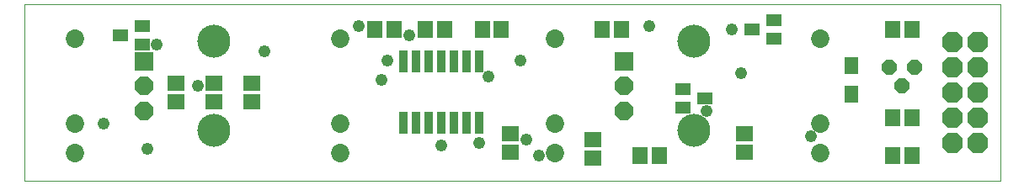
<source format=gbs>
G75*
%MOIN*%
%OFA0B0*%
%FSLAX25Y25*%
%IPPOS*%
%LPD*%
%AMOC8*
5,1,8,0,0,1.08239X$1,22.5*
%
%ADD10C,0.00000*%
%ADD11R,0.05918X0.06706*%
%ADD12OC8,0.06000*%
%ADD13R,0.03400X0.08800*%
%ADD14OC8,0.08200*%
%ADD15R,0.06706X0.05918*%
%ADD16R,0.07296X0.07296*%
%ADD17OC8,0.07296*%
%ADD18C,0.13068*%
%ADD19R,0.06312X0.04737*%
%ADD20C,0.07296*%
%ADD21R,0.05524X0.06706*%
%ADD22C,0.04800*%
D10*
X0001000Y0005500D02*
X0001000Y0075461D01*
X0387201Y0075461D01*
X0387201Y0005500D01*
X0001000Y0005500D01*
D11*
X0244760Y0015500D03*
X0252240Y0015500D03*
X0344760Y0015500D03*
X0352240Y0015500D03*
X0352240Y0030500D03*
X0344760Y0030500D03*
X0344760Y0065500D03*
X0352240Y0065500D03*
X0237240Y0065500D03*
X0229760Y0065500D03*
X0189740Y0065500D03*
X0182260Y0065500D03*
X0167240Y0065500D03*
X0159760Y0065500D03*
X0147240Y0065500D03*
X0139760Y0065500D03*
D12*
X0343500Y0050500D03*
X0353500Y0050500D03*
X0348500Y0043000D03*
D13*
X0181000Y0052600D03*
X0176000Y0052600D03*
X0171000Y0052600D03*
X0166000Y0052600D03*
X0161000Y0052600D03*
X0156000Y0052600D03*
X0151000Y0052600D03*
X0151000Y0028400D03*
X0156000Y0028400D03*
X0161000Y0028400D03*
X0166000Y0028400D03*
X0171000Y0028400D03*
X0176000Y0028400D03*
X0181000Y0028400D03*
D14*
X0368500Y0030500D03*
X0378500Y0030500D03*
X0378500Y0020500D03*
X0368500Y0020500D03*
X0368500Y0040500D03*
X0378500Y0040500D03*
X0378500Y0050500D03*
X0368500Y0050500D03*
X0368500Y0060500D03*
X0378500Y0060500D03*
D15*
X0286000Y0024240D03*
X0286000Y0016760D03*
X0226000Y0014260D03*
X0193500Y0016760D03*
X0226000Y0021740D03*
X0193500Y0024240D03*
X0091000Y0036760D03*
X0076000Y0036760D03*
X0061000Y0036760D03*
X0061000Y0044240D03*
X0076000Y0044240D03*
X0091000Y0044240D03*
D16*
X0048441Y0052843D03*
X0238441Y0052843D03*
D17*
X0238441Y0043000D03*
X0238441Y0033157D03*
X0048441Y0033157D03*
X0048441Y0043000D03*
D18*
X0076000Y0060717D03*
X0076000Y0025283D03*
X0266000Y0025283D03*
X0266000Y0060717D03*
D19*
X0289169Y0065500D03*
X0297831Y0061760D03*
X0297831Y0069240D03*
X0261669Y0041740D03*
X0270331Y0038000D03*
X0261669Y0034260D03*
X0047831Y0059260D03*
X0039169Y0063000D03*
X0047831Y0066740D03*
D20*
X0021098Y0061701D03*
X0126059Y0061701D03*
X0211138Y0061701D03*
X0316020Y0061701D03*
X0316020Y0028236D03*
X0316020Y0016425D03*
X0211138Y0016425D03*
X0211138Y0028236D03*
X0126059Y0028236D03*
X0126059Y0016425D03*
X0021098Y0016425D03*
X0021098Y0028236D03*
D21*
X0328500Y0039791D03*
X0328500Y0051209D03*
D22*
X0284750Y0048000D03*
X0271000Y0033000D03*
X0312250Y0023000D03*
X0204750Y0015500D03*
X0181000Y0020500D03*
X0166000Y0019250D03*
X0199750Y0021750D03*
X0142250Y0045500D03*
X0144750Y0053000D03*
X0184750Y0046750D03*
X0197250Y0053000D03*
X0153500Y0063000D03*
X0133500Y0066750D03*
X0096000Y0056750D03*
X0053500Y0059250D03*
X0069750Y0043000D03*
X0032250Y0028000D03*
X0049750Y0018000D03*
X0281000Y0065500D03*
X0248500Y0066750D03*
M02*

</source>
